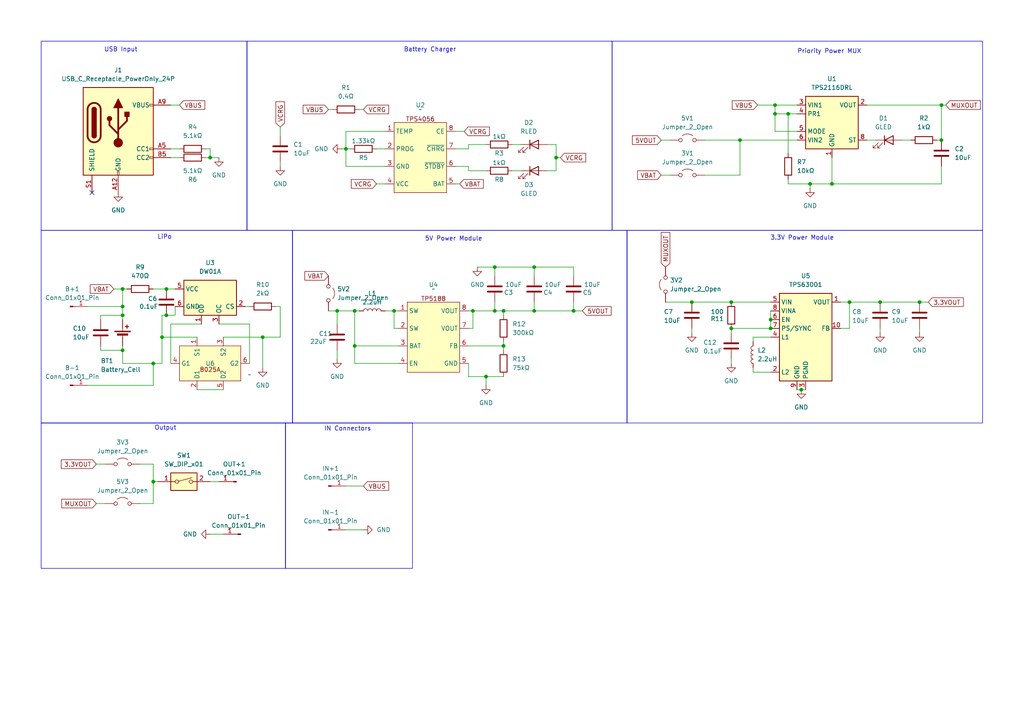
<source format=kicad_sch>
(kicad_sch (version 20250114) (generator "eeschema") (generator_version "9.0")
  (paper "A4")
  (lib_symbols
    (symbol "Battery_Management:DW01A"
      (property "Reference" "U" (at -6.604 6.35 0))
      (property "Value" "DW01A" (at 4.318 6.604 0))
      (symbol "DW01A_0_1"
        (pin power_in line (at -10.16 2.54 0) (length 2.54) (name "VCC") (number "5"))
        (pin power_in line (at -10.16 -2.54 0) (length 2.54) (name "GND") (number "6"))
        (pin output line (at -2.54 -7.62 90) (length 2.54) (name "OD") (number "1"))
        (pin output line (at 2.54 -7.62 90) (length 2.54) (name "OC") (number "3"))
        (pin input line (at 10.16 -2.54 180) (length 2.54) (name "CS") (number "2"))
      )
      (symbol "DW01A_1_1"
        (rectangle (start -7.62 5.08) (end 7.62 -5.08) (stroke (width 0.254)) (fill (type background)))
        (pin no_connect line (at 10.16 2.54 180) (length 2.54) (hide yes) (name "TD") (number "4"))
      )
    )
    (symbol "Connector:Conn_01x01_Pin" (pin_names (offset 1.016) (hide yes))
      (property "Reference" "J" (at 0 2.54 0))
      (property "Value" "Conn_01x01_Pin" (at 0 -2.54 0))
      (symbol "Conn_01x01_Pin_1_1"
        (rectangle (start 0.8636 0.127) (end 0 -0.127) (stroke (width 0.1524)) (fill (type outline)))
        (polyline (pts (xy 1.27 0) (xy 0.8636 0)) (stroke (width 0.1524)))
        (pin passive line (at 5.08 0 180) (length 3.81) (name "Pin_1") (number "1"))
      )
    )
    (symbol "Connector:USB_C_Receptacle_PowerOnly_24P" (pin_names (offset 1.016))
      (property "Reference" "J" (at 0 16.51 0))
      (property "Value" "USB_C_Receptacle_PowerOnly_24P" (at 0 13.97 0))
      (symbol "USB_C_Receptacle_PowerOnly_24P_0_0"
        (rectangle (start -0.254 -12.7) (end 0.254 -11.684))
        (rectangle (start 10.16 7.874) (end 9.144 7.366))
        (rectangle (start 10.16 -4.826) (end 9.144 -5.334))
        (rectangle (start 10.16 -7.366) (end 9.144 -7.874))
      )
      (symbol "USB_C_Receptacle_PowerOnly_24P_0_1"
        (rectangle (start -10.16 12.7) (end 10.16 -12.7) (stroke (width 0.254)) (fill (type background)))
        (polyline (pts (xy -8.89 -1.27) (xy -8.89 6.35)) (stroke (width 0.508)))
        (rectangle (start -7.62 -1.27) (end -6.35 6.35) (stroke (width 0.254)) (fill (type outline)))
        (arc (start -7.62 6.35) (mid -6.985 6.9823) (end -6.35 6.35) (stroke (width 0.254)))
        (arc (start -7.62 6.35) (mid -6.985 6.9823) (end -6.35 6.35) (stroke (width 0.254)) (fill (type outline)))
        (arc (start -8.89 6.35) (mid -6.985 8.2467) (end -5.08 6.35) (stroke (width 0.508)))
        (arc (start -5.08 -1.27) (mid -6.985 -3.1667) (end -8.89 -1.27) (stroke (width 0.508)))
        (arc (start -6.35 -1.27) (mid -6.985 -1.9023) (end -7.62 -1.27) (stroke (width 0.254)))
        (arc (start -6.35 -1.27) (mid -6.985 -1.9023) (end -7.62 -1.27) (stroke (width 0.254)) (fill (type outline)))
        (polyline (pts (xy -5.08 6.35) (xy -5.08 -1.27)) (stroke (width 0.508)))
        (circle (center -2.54 3.683) (radius 0.635) (stroke (width 0.254)) (fill (type outline)))
        (polyline (pts (xy -1.27 6.858) (xy 0 9.398) (xy 1.27 6.858) (xy -1.27 6.858)) (stroke (width 0.254)) (fill (type outline)))
        (polyline (pts (xy 0 0.508) (xy 2.54 3.048) (xy 2.54 4.318)) (stroke (width 0.508)))
        (polyline (pts (xy 0 -0.762) (xy -2.54 1.778) (xy -2.54 3.048)) (stroke (width 0.508)))
        (polyline (pts (xy 0 -3.302) (xy 0 6.858)) (stroke (width 0.508)))
        (circle (center 0 -3.302) (radius 1.27) (fill (type outline)))
        (rectangle (start 1.905 4.318) (end 3.175 5.588) (stroke (width 0.254)) (fill (type outline)))
      )
      (symbol "USB_C_Receptacle_PowerOnly_24P_1_1"
        (pin passive line (at -7.62 -17.78 90) (length 5.08) (name "SHIELD") (number "S1"))
        (pin passive line (at 0 -17.78 90) (length 5.08) (hide yes) (name "GND") (number "A1"))
        (pin power_in line (at 0 -17.78 90) (length 5.08) (name "GND") (number "A12"))
        (pin passive line (at 0 -17.78 90) (length 5.08) (hide yes) (name "GND") (number "B1"))
        (pin passive line (at 0 -17.78 90) (length 5.08) (hide yes) (name "GND") (number "B12"))
        (pin passive line (at 15.24 7.62 180) (length 5.08) (hide yes) (name "VBUS") (number "A4"))
        (pin power_in line (at 15.24 7.62 180) (length 5.08) (name "VBUS") (number "A9"))
        (pin passive line (at 15.24 7.62 180) (length 5.08) (hide yes) (name "VBUS") (number "B4"))
        (pin passive line (at 15.24 7.62 180) (length 5.08) (hide yes) (name "VBUS") (number "B9"))
        (pin bidirectional line (at 15.24 -5.08 180) (length 5.08) (name "CC1") (number "A5"))
        (pin bidirectional line (at 15.24 -7.62 180) (length 5.08) (name "CC2") (number "B5"))
      )
    )
    (symbol "Converters:8025A"
      (property "Reference" "U" (at 0 0 0))
      (symbol "8025A_1_1"
        (rectangle (start -8.89 5.08) (end 8.89 -5.08) (fill (type background)))
        (text "8025A" (at 0 1.778 0) (effects (font (size 1.27 1.27))))
        (pin input line (at -11.43 0 0) (length 2.54) (name "G1") (number "4"))
        (pin output line (at -3.81 7.62 270) (length 2.54) (name "D1") (number "2"))
        (pin input line (at -3.81 -7.62 90) (length 2.54) (name "S1") (number "1"))
        (pin output line (at 3.81 7.62 270) (length 2.54) (name "D2") (number "5"))
        (pin input line (at 3.81 -7.62 90) (length 2.54) (name "S2") (number "3"))
        (pin input line (at 11.43 0 180) (length 2.54) (name "G2") (number "6"))
      )
    )
    (symbol "Converters:TP4056"
      (property "Reference" "U" (at 0 0 0))
      (symbol "TP4056_1_1"
        (rectangle (start -7.62 10.16) (end 7.62 -10.16) (fill (type background)))
        (text "TPS4056" (at 0 11.176 0) (effects (font (size 1.27 1.27))))
        (pin input line (at -10.16 7.62 0) (length 2.54) (name "TEMP") (number "1"))
        (pin input line (at -10.16 2.54 0) (length 2.54) (name "PROG") (number "2"))
        (pin power_in line (at -10.16 -2.54 0) (length 2.54) (name "GND") (number "3"))
        (pin power_in line (at -10.16 -7.62 0) (length 2.54) (name "VCC") (number "4"))
        (pin input line (at 10.16 7.62 180) (length 2.54) (name "CE") (number "8"))
        (pin output line (at 10.16 2.54 180) (length 2.54) (name "~{CHRG}") (number "7"))
        (pin output line (at 10.16 -2.54 180) (length 2.54) (name "~{STDBY}") (number "6"))
        (pin power_in line (at 10.16 -7.62 180) (length 2.54) (name "BAT") (number "5"))
      )
    )
    (symbol "Converters:TP5188"
      (property "Reference" "U" (at 0 0 0))
      (symbol "TP5188_1_1"
        (rectangle (start -7.62 10.16) (end 7.62 -10.16) (fill (type background)))
        (text "TP5188" (at 0 11.176 0) (effects (font (size 1.27 1.27))))
        (pin power_in line (at -10.16 7.62 0) (length 2.54) (name "SW") (number "1"))
        (pin power_in line (at -10.16 2.54 0) (length 2.54) (name "SW") (number "2"))
        (pin power_in line (at -10.16 -2.54 0) (length 2.54) (name "BAT") (number "3"))
        (pin input line (at -10.16 -7.62 0) (length 2.54) (name "EN") (number "4"))
        (pin power_out line (at 10.16 7.62 180) (length 2.54) (name "VOUT") (number "8"))
        (pin power_out line (at 10.16 2.54 180) (length 2.54) (name "VOUT") (number "7"))
        (pin input line (at 10.16 -2.54 180) (length 2.54) (name "FB") (number "6"))
        (pin power_in line (at 10.16 -7.62 180) (length 2.54) (name "GND") (number "5"))
      )
    )
    (symbol "Device:Battery_Cell" (pin_numbers (hide yes)) (pin_names (offset 0) (hide yes))
      (property "Reference" "BT" (at 2.54 2.54 0))
      (property "Value" "Battery_Cell" (at 2.54 0 0))
      (symbol "Battery_Cell_0_1"
        (rectangle (start -2.286 1.778) (end 2.286 1.524) (fill (type outline)))
        (rectangle (start -1.524 1.016) (end 1.524 0.508) (fill (type outline)))
        (polyline (pts (xy 0 1.778) (xy 0 2.54)))
        (polyline (pts (xy 0 0.762) (xy 0 0)))
        (polyline (pts (xy 0.762 3.048) (xy 1.778 3.048)) (stroke (width 0.254)))
        (polyline (pts (xy 1.27 3.556) (xy 1.27 2.54)) (stroke (width 0.254)))
      )
      (symbol "Battery_Cell_1_1"
        (pin passive line (at 0 5.08 270) (length 2.54) (name "+") (number "1"))
        (pin passive line (at 0 -2.54 90) (length 2.54) (name "-") (number "2"))
      )
    )
    (symbol "Device:C" (pin_numbers (hide yes)) (pin_names (offset 0.254))
      (property "Reference" "C" (at 0.635 2.54 0))
      (property "Value" "C" (at 0.635 -2.54 0))
      (symbol "C_0_1"
        (polyline (pts (xy -2.032 0.762) (xy 2.032 0.762)) (stroke (width 0.508)))
        (polyline (pts (xy -2.032 -0.762) (xy 2.032 -0.762)) (stroke (width 0.508)))
      )
      (symbol "C_1_1"
        (pin passive line (at 0 3.81 270) (length 2.794) (name "~") (number "1"))
        (pin passive line (at 0 -3.81 90) (length 2.794) (name "~") (number "2"))
      )
    )
    (symbol "Device:L" (pin_numbers (hide yes)) (pin_names (offset 1.016) (hide yes))
      (property "Reference" "L" (at -1.27 0 90))
      (property "Value" "L" (at 1.905 0 90))
      (symbol "L_0_1"
        (arc (start 0 2.54) (mid 0.6323 1.905) (end 0 1.27))
        (arc (start 0 1.27) (mid 0.6323 0.635) (end 0 0))
        (arc (start 0 0) (mid 0.6323 -0.635) (end 0 -1.27))
        (arc (start 0 -1.27) (mid 0.6323 -1.905) (end 0 -2.54))
      )
      (symbol "L_1_1"
        (pin passive line (at 0 3.81 270) (length 1.27) (name "1") (number "1"))
        (pin passive line (at 0 -3.81 90) (length 1.27) (name "2") (number "2"))
      )
    )
    (symbol "Device:LED" (pin_numbers (hide yes)) (pin_names (offset 1.016) (hide yes))
      (property "Reference" "D" (at 0 2.54 0))
      (property "Value" "LED" (at 0 -2.54 0))
      (symbol "LED_0_1"
        (polyline (pts (xy -3.048 -0.762) (xy -4.572 -2.286) (xy -3.81 -2.286) (xy -4.572 -2.286) (xy -4.572 -1.524)))
        (polyline (pts (xy -1.778 -0.762) (xy -3.302 -2.286) (xy -2.54 -2.286) (xy -3.302 -2.286) (xy -3.302 -1.524)))
        (polyline (pts (xy -1.27 0) (xy 1.27 0)))
        (polyline (pts (xy -1.27 -1.27) (xy -1.27 1.27)) (stroke (width 0.254)))
        (polyline (pts (xy 1.27 -1.27) (xy 1.27 1.27) (xy -1.27 0) (xy 1.27 -1.27)) (stroke (width 0.254)))
      )
      (symbol "LED_1_1"
        (pin passive line (at -3.81 0 0) (length 2.54) (name "K") (number "1"))
        (pin passive line (at 3.81 0 180) (length 2.54) (name "A") (number "2"))
      )
    )
    (symbol "Device:R" (pin_numbers (hide yes)) (pin_names (offset 0))
      (property "Reference" "R" (at 2.032 0 90))
      (property "Value" "R" (at 0 0 90))
      (symbol "R_0_1"
        (rectangle (start -1.016 -2.54) (end 1.016 2.54) (stroke (width 0.254)))
      )
      (symbol "R_1_1"
        (pin passive line (at 0 3.81 270) (length 1.27) (name "~") (number "1"))
        (pin passive line (at 0 -3.81 90) (length 1.27) (name "~") (number "2"))
      )
    )
    (symbol "Jumper:Jumper_2_Open" (pin_numbers (hide yes)) (pin_names (offset 0) (hide yes)) (exclude_from_sim yes)
      (property "Reference" "JP" (at 0 2.794 0))
      (property "Value" "Jumper_2_Open" (at 0 -2.286 0))
      (symbol "Jumper_2_Open_0_0"
        (circle (center -2.032 0) (radius 0.508))
        (circle (center 2.032 0) (radius 0.508))
      )
      (symbol "Jumper_2_Open_0_1"
        (arc (start -1.524 1.27) (mid 0 1.778) (end 1.524 1.27))
      )
      (symbol "Jumper_2_Open_1_1"
        (pin passive line (at -5.08 0 0) (length 2.54) (name "A") (number "1"))
        (pin passive line (at 5.08 0 180) (length 2.54) (name "B") (number "2"))
      )
    )
    (symbol "Power_Management:TPS2116DRL"
      (property "Reference" "U" (at -7.874 9.144 0))
      (property "Value" "TPS2116DRL" (at 0.508 -8.89 0))
      (symbol "TPS2116DRL_0_1"
        (rectangle (start -7.62 7.62) (end 7.62 -7.62) (stroke (width 0.254)) (fill (type background)))
      )
      (symbol "TPS2116DRL_1_0"
        (pin power_out line (at 10.16 5.08 180) (length 2.54) (hide yes) (name "VOUT") (number "7"))
      )
      (symbol "TPS2116DRL_1_1"
        (pin power_in line (at -10.16 5.08 0) (length 2.54) (name "VIN1") (number "3"))
        (pin input line (at -10.16 2.54 0) (length 2.54) (name "PR1") (number "4"))
        (pin input line (at -10.16 -2.54 0) (length 2.54) (name "MODE") (number "5"))
        (pin power_in line (at -10.16 -5.08 0) (length 2.54) (name "VIN2") (number "6"))
        (pin power_in line (at 0 -10.16 90) (length 2.54) (name "GND") (number "1"))
        (pin power_out line (at 10.16 5.08 180) (length 2.54) (name "VOUT") (number "2"))
        (pin open_collector line (at 10.16 -5.08 180) (length 2.54) (name "ST") (number "8"))
      )
    )
    (symbol "Regulator_Switching:TPS63001"
      (property "Reference" "U" (at -7.62 13.97 0))
      (property "Value" "TPS63001" (at 5.08 13.97 0))
      (symbol "TPS63001_0_1"
        (rectangle (start -7.62 12.7) (end 7.62 -12.7) (stroke (width 0.254)) (fill (type background)))
      )
      (symbol "TPS63001_1_1"
        (pin power_in line (at -10.16 10.16 0) (length 2.54) (name "VIN") (number "5"))
        (pin power_in line (at -10.16 7.62 0) (length 2.54) (name "VINA") (number "8"))
        (pin input line (at -10.16 5.08 0) (length 2.54) (name "EN") (number "6"))
        (pin input line (at -10.16 2.54 0) (length 2.54) (name "PS/SYNC") (number "7"))
        (pin input line (at -10.16 0 0) (length 2.54) (name "L1") (number "4"))
        (pin input line (at -10.16 -10.16 0) (length 2.54) (name "L2") (number "2"))
        (pin power_in line (at -2.54 -15.24 90) (length 2.54) (name "GND") (number "9"))
        (pin passive line (at 0 -15.24 90) (length 2.54) (hide yes) (name "PGND") (number "11"))
        (pin power_in line (at 0 -15.24 90) (length 2.54) (name "PGND") (number "3"))
        (pin power_out line (at 10.16 10.16 180) (length 2.54) (name "VOUT") (number "1"))
        (pin input line (at 10.16 2.54 180) (length 2.54) (name "FB") (number "10"))
      )
    )
    (symbol "Switch:SW_DIP_x01" (pin_names (offset 0) (hide yes))
      (property "Reference" "SW" (at 0 3.81 0))
      (property "Value" "SW_DIP_x01" (at 0 -3.81 0))
      (symbol "SW_DIP_x01_0_0"
        (circle (center -2.032 0) (radius 0.508))
        (polyline (pts (xy -1.524 0.127) (xy 2.3622 1.1684)))
        (circle (center 2.032 0) (radius 0.508))
      )
      (symbol "SW_DIP_x01_0_1"
        (rectangle (start -3.81 2.54) (end 3.81 -2.54) (stroke (width 0.254)) (fill (type background)))
      )
      (symbol "SW_DIP_x01_1_1"
        (pin passive line (at -7.62 0 0) (length 5.08) (name "~") (number "1"))
        (pin passive line (at 7.62 0 180) (length 5.08) (name "~") (number "2"))
      )
    )
    (symbol "power:GND" (power) (pin_numbers (hide yes)) (pin_names (offset 0) (hide yes))
      (property "Value" "GND" (at 0 -3.81 0))
      (symbol "GND_0_1"
        (polyline (pts (xy 0 0) (xy 0 -1.27) (xy 1.27 -1.27) (xy 0 -2.54) (xy -1.27 -1.27) (xy 0 -1.27)))
      )
      (symbol "GND_1_1"
        (pin power_in line (at 0 0 270) (length 0) (name "~") (number "1"))
      )
    )
  )
  (rectangle (start 181.864 66.802) (end 284.988 122.682))
  (rectangle (start 11.938 122.682) (end 82.804 164.846))
  (rectangle (start 11.938 11.938) (end 71.628 66.802))
  (rectangle (start 177.546 11.938) (end 284.988 66.802))
  (rectangle (start 84.836 66.802) (end 181.864 122.682))
  (rectangle (start 71.628 11.938) (end 177.546 66.802))
  (rectangle (start 82.804 122.682) (end 119.634 164.846))
  (rectangle (start 11.938 66.802) (end 84.836 122.682))
  (text "3.3V Power Module" (at 232.664 69.088 0) (effects (font (size 1.27 1.27))))
  (text "USB Input" (at 35.052 14.478 0) (effects (font (size 1.27 1.27))))
  (text "IN Connectors" (at 100.838 124.46 0) (effects (font (size 1.27 1.27))))
  (text "Priority Power MUX" (at 240.538 14.986 0) (effects (font (size 1.27 1.27))))
  (text "Output" (at 48.006 124.206 0) (effects (font (size 1.27 1.27))))
  (text "Battery Charger" (at 124.714 14.478 0) (effects (font (size 1.27 1.27))))
  (text "5V Power Module" (at 131.572 69.342 0) (effects (font (size 1.27 1.27))))
  (text "LiPo" (at 47.752 68.834 0) (effects (font (size 1.27 1.27))))
  (junction (at 143.51 77.47))
  (junction (at 35.56 83.82))
  (junction (at 48.26 83.82))
  (junction (at 146.05 100.33))
  (junction (at 223.52 95.25))
  (junction (at 234.95 53.34))
  (junction (at 166.37 90.17))
  (junction (at 60.96 45.72))
  (junction (at 246.38 87.63))
  (junction (at 44.45 139.7))
  (junction (at 232.41 113.03))
  (junction (at 255.27 87.63))
  (junction (at 154.94 77.47))
  (junction (at 212.09 95.25))
  (junction (at 35.56 88.9))
  (junction (at 228.6 33.02))
  (junction (at 100.33 43.18))
  (junction (at 44.45 105.41))
  (junction (at 146.05 90.17))
  (junction (at 200.66 87.63))
  (junction (at 214.63 40.64))
  (junction (at 273.05 30.48))
  (junction (at 161.29 45.72))
  (junction (at 76.2 97.79))
  (junction (at 224.79 30.48))
  (junction (at 102.87 100.33))
  (junction (at 266.7 87.63))
  (junction (at 102.87 90.17))
  (junction (at 143.51 90.17))
  (junction (at 241.3 53.34))
  (junction (at 273.05 40.64))
  (junction (at 35.56 101.6))
  (junction (at 46.99 97.79))
  (junction (at 223.52 92.71))
  (junction (at 35.56 91.44))
  (junction (at 140.97 109.22))
  (junction (at 212.09 87.63))
  (junction (at 154.94 90.17))
  (junction (at 114.3 90.17))
  (junction (at 48.26 91.44))
  (junction (at 137.16 90.17))
  (junction (at 97.79 90.17))
  (junction (at 224.79 33.02))
  (no_connect (at 26.67 55.88))
  (wire (pts (xy 135.89 109.22) (xy 135.89 105.41)))
  (wire (pts (xy 44.45 83.82) (xy 48.26 83.82)))
  (wire (pts (xy 234.95 54.61) (xy 234.95 53.34)))
  (wire (pts (xy 212.09 95.25) (xy 212.09 96.52)))
  (wire (pts (xy 166.37 90.17) (xy 166.37 87.63)))
  (wire (pts (xy 29.21 100.33) (xy 29.21 101.6)))
  (wire (pts (xy 33.02 83.82) (xy 35.56 83.82)))
  (wire (pts (xy 102.87 105.41) (xy 102.87 100.33)))
  (wire (pts (xy 214.63 40.64) (xy 231.14 40.64)))
  (wire (pts (xy 228.6 53.34) (xy 234.95 53.34)))
  (wire (pts (xy 228.6 52.07) (xy 228.6 53.34)))
  (wire (pts (xy 63.5 93.98) (xy 72.39 93.98)))
  (wire (pts (xy 48.26 91.44) (xy 50.8 91.44)))
  (wire (pts (xy 266.7 95.25) (xy 266.7 96.52)))
  (wire (pts (xy 49.53 105.41) (xy 49.53 93.98)))
  (wire (pts (xy 49.53 30.48) (xy 52.07 30.48)))
  (wire (pts (xy 100.33 48.26) (xy 111.76 48.26)))
  (wire (pts (xy 46.99 91.44) (xy 46.99 97.79)))
  (wire (pts (xy 35.56 88.9) (xy 35.56 91.44)))
  (wire (pts (xy 214.63 40.64) (xy 214.63 50.8)))
  (wire (pts (xy 95.25 31.75) (xy 96.52 31.75)))
  (wire (pts (xy 224.79 33.02) (xy 224.79 30.48)))
  (wire (pts (xy 191.77 40.64) (xy 194.31 40.64)))
  (wire (pts (xy 224.79 33.02) (xy 228.6 33.02)))
  (wire (pts (xy 57.15 113.03) (xy 64.77 113.03)))
  (wire (pts (xy 261.62 40.64) (xy 264.16 40.64)))
  (wire (pts (xy 161.29 41.91) (xy 161.29 45.72)))
  (wire (pts (xy 49.53 45.72) (xy 52.07 45.72)))
  (wire (pts (xy 100.33 48.26) (xy 100.33 43.18)))
  (wire (pts (xy 50.8 91.44) (xy 50.8 88.9)))
  (wire (pts (xy 48.26 83.82) (xy 50.8 83.82)))
  (wire (pts (xy 100.33 43.18) (xy 101.6 43.18)))
  (wire (pts (xy 27.94 134.62) (xy 30.48 134.62)))
  (wire (pts (xy 81.28 46.99) (xy 81.28 48.26)))
  (wire (pts (xy 97.79 90.17) (xy 102.87 90.17)))
  (wire (pts (xy 138.43 77.47) (xy 143.51 77.47)))
  (wire (pts (xy 154.94 77.47) (xy 166.37 77.47)))
  (wire (pts (xy 218.44 107.95) (xy 218.44 106.68)))
  (wire (pts (xy 44.45 139.7) (xy 45.72 139.7)))
  (wire (pts (xy 44.45 134.62) (xy 44.45 139.7)))
  (wire (pts (xy 135.89 100.33) (xy 146.05 100.33)))
  (wire (pts (xy 137.16 90.17) (xy 137.16 95.25)))
  (wire (pts (xy 218.44 97.79) (xy 223.52 97.79)))
  (wire (pts (xy 49.53 43.18) (xy 52.07 43.18)))
  (wire (pts (xy 35.56 105.41) (xy 44.45 105.41)))
  (wire (pts (xy 224.79 30.48) (xy 231.14 30.48)))
  (wire (pts (xy 231.14 38.1) (xy 224.79 38.1)))
  (wire (pts (xy 146.05 90.17) (xy 154.94 90.17)))
  (wire (pts (xy 60.96 139.7) (xy 63.5 139.7)))
  (wire (pts (xy 143.51 77.47) (xy 154.94 77.47)))
  (wire (pts (xy 76.2 97.79) (xy 81.28 97.79)))
  (wire (pts (xy 100.33 38.1) (xy 111.76 38.1)))
  (wire (pts (xy 114.3 90.17) (xy 115.57 90.17)))
  (wire (pts (xy 44.45 111.76) (xy 44.45 105.41)))
  (wire (pts (xy 72.39 93.98) (xy 72.39 105.41)))
  (wire (pts (xy 60.96 154.94) (xy 64.77 154.94)))
  (wire (pts (xy 219.71 30.48) (xy 224.79 30.48)))
  (wire (pts (xy 44.45 139.7) (xy 44.45 146.05)))
  (wire (pts (xy 29.21 91.44) (xy 35.56 91.44)))
  (wire (pts (xy 76.2 97.79) (xy 76.2 106.68)))
  (wire (pts (xy 60.96 43.18) (xy 60.96 45.72)))
  (wire (pts (xy 44.45 105.41) (xy 46.99 105.41)))
  (wire (pts (xy 214.63 40.64) (xy 204.47 40.64)))
  (wire (pts (xy 223.52 107.95) (xy 218.44 107.95)))
  (wire (pts (xy 60.96 45.72) (xy 63.5 45.72)))
  (wire (pts (xy 99.06 43.18) (xy 100.33 43.18)))
  (wire (pts (xy 81.28 88.9) (xy 80.01 88.9)))
  (wire (pts (xy 97.79 101.6) (xy 97.79 104.14)))
  (wire (pts (xy 154.94 90.17) (xy 154.94 87.63)))
  (wire (pts (xy 115.57 105.41) (xy 102.87 105.41)))
  (wire (pts (xy 100.33 153.67) (xy 105.41 153.67)))
  (wire (pts (xy 274.32 30.48) (xy 273.05 30.48)))
  (wire (pts (xy 234.95 53.34) (xy 241.3 53.34)))
  (wire (pts (xy 193.04 87.63) (xy 200.66 87.63)))
  (wire (pts (xy 191.77 50.8) (xy 194.31 50.8)))
  (wire (pts (xy 132.08 53.34) (xy 133.35 53.34)))
  (wire (pts (xy 158.75 41.91) (xy 161.29 41.91)))
  (wire (pts (xy 137.16 90.17) (xy 143.51 90.17)))
  (wire (pts (xy 46.99 97.79) (xy 57.15 97.79)))
  (wire (pts (xy 49.53 93.98) (xy 58.42 93.98)))
  (wire (pts (xy 161.29 49.53) (xy 158.75 49.53)))
  (wire (pts (xy 35.56 83.82) (xy 35.56 88.9)))
  (wire (pts (xy 251.46 40.64) (xy 254 40.64)))
  (wire (pts (xy 231.14 113.03) (xy 232.41 113.03)))
  (wire (pts (xy 140.97 109.22) (xy 140.97 111.76)))
  (wire (pts (xy 46.99 97.79) (xy 46.99 105.41)))
  (wire (pts (xy 255.27 95.25) (xy 255.27 96.52)))
  (wire (pts (xy 273.05 53.34) (xy 273.05 48.26)))
  (wire (pts (xy 146.05 99.06) (xy 146.05 100.33)))
  (wire (pts (xy 148.59 49.53) (xy 151.13 49.53)))
  (wire (pts (xy 114.3 95.25) (xy 115.57 95.25)))
  (wire (pts (xy 114.3 90.17) (xy 114.3 95.25)))
  (wire (pts (xy 140.97 49.53) (xy 135.89 49.53)))
  (wire (pts (xy 46.99 91.44) (xy 48.26 91.44)))
  (wire (pts (xy 204.47 50.8) (xy 214.63 50.8)))
  (wire (pts (xy 223.52 90.17) (xy 223.52 92.71)))
  (wire (pts (xy 102.87 100.33) (xy 115.57 100.33)))
  (wire (pts (xy 212.09 105.41) (xy 212.09 104.14)))
  (wire (pts (xy 146.05 109.22) (xy 140.97 109.22)))
  (wire (pts (xy 200.66 87.63) (xy 212.09 87.63)))
  (wire (pts (xy 135.89 48.26) (xy 132.08 48.26)))
  (wire (pts (xy 223.52 92.71) (xy 223.52 95.25)))
  (wire (pts (xy 143.51 80.01) (xy 143.51 77.47)))
  (wire (pts (xy 212.09 87.63) (xy 223.52 87.63)))
  (wire (pts (xy 166.37 90.17) (xy 168.91 90.17)))
  (wire (pts (xy 59.69 43.18) (xy 60.96 43.18)))
  (wire (pts (xy 27.94 146.05) (xy 30.48 146.05)))
  (wire (pts (xy 29.21 101.6) (xy 35.56 101.6)))
  (wire (pts (xy 162.56 45.72) (xy 161.29 45.72)))
  (wire (pts (xy 146.05 90.17) (xy 146.05 91.44)))
  (wire (pts (xy 243.84 95.25) (xy 246.38 95.25)))
  (wire (pts (xy 35.56 91.44) (xy 35.56 92.71)))
  (wire (pts (xy 100.33 38.1) (xy 100.33 43.18)))
  (wire (pts (xy 64.77 97.79) (xy 76.2 97.79)))
  (wire (pts (xy 218.44 99.06) (xy 218.44 97.79)))
  (wire (pts (xy 102.87 100.33) (xy 102.87 90.17)))
  (wire (pts (xy 137.16 90.17) (xy 135.89 90.17)))
  (wire (pts (xy 251.46 30.48) (xy 273.05 30.48)))
  (wire (pts (xy 137.16 95.25) (xy 135.89 95.25)))
  (wire (pts (xy 135.89 41.91) (xy 140.97 41.91)))
  (wire (pts (xy 161.29 45.72) (xy 161.29 49.53)))
  (wire (pts (xy 132.08 43.18) (xy 135.89 43.18)))
  (wire (pts (xy 266.7 87.63) (xy 255.27 87.63)))
  (wire (pts (xy 228.6 33.02) (xy 231.14 33.02)))
  (wire (pts (xy 29.21 92.71) (xy 29.21 91.44)))
  (wire (pts (xy 212.09 95.25) (xy 223.52 95.25)))
  (wire (pts (xy 273.05 40.64) (xy 273.05 30.48)))
  (wire (pts (xy 44.45 146.05) (xy 40.64 146.05)))
  (wire (pts (xy 35.56 83.82) (xy 36.83 83.82)))
  (wire (pts (xy 25.4 111.76) (xy 44.45 111.76)))
  (wire (pts (xy 269.24 87.63) (xy 266.7 87.63)))
  (wire (pts (xy 95.25 90.17) (xy 97.79 90.17)))
  (wire (pts (xy 246.38 95.25) (xy 246.38 87.63)))
  (wire (pts (xy 224.79 38.1) (xy 224.79 33.02)))
  (wire (pts (xy 200.66 96.52) (xy 200.66 95.25)))
  (wire (pts (xy 146.05 100.33) (xy 146.05 101.6)))
  (wire (pts (xy 140.97 109.22) (xy 135.89 109.22)))
  (wire (pts (xy 109.22 43.18) (xy 111.76 43.18)))
  (wire (pts (xy 104.14 31.75) (xy 105.41 31.75)))
  (wire (pts (xy 40.64 134.62) (xy 44.45 134.62)))
  (wire (pts (xy 135.89 43.18) (xy 135.89 41.91)))
  (wire (pts (xy 271.78 40.64) (xy 273.05 40.64)))
  (wire (pts (xy 60.96 45.72) (xy 59.69 45.72)))
  (wire (pts (xy 154.94 90.17) (xy 166.37 90.17)))
  (wire (pts (xy 102.87 90.17) (xy 104.14 90.17)))
  (wire (pts (xy 35.56 100.33) (xy 35.56 101.6)))
  (wire (pts (xy 81.28 36.83) (xy 81.28 39.37)))
  (wire (pts (xy 246.38 87.63) (xy 243.84 87.63)))
  (wire (pts (xy 25.4 88.9) (xy 35.56 88.9)))
  (wire (pts (xy 143.51 90.17) (xy 146.05 90.17)))
  (wire (pts (xy 111.76 90.17) (xy 114.3 90.17)))
  (wire (pts (xy 154.94 80.01) (xy 154.94 77.47)))
  (wire (pts (xy 100.33 140.97) (xy 105.41 140.97)))
  (wire (pts (xy 97.79 93.98) (xy 97.79 90.17)))
  (wire (pts (xy 255.27 87.63) (xy 246.38 87.63)))
  (wire (pts (xy 135.89 49.53) (xy 135.89 48.26)))
  (wire (pts (xy 241.3 53.34) (xy 273.05 53.34)))
  (wire (pts (xy 241.3 53.34) (xy 241.3 45.72)))
  (wire (pts (xy 35.56 101.6) (xy 35.56 105.41)))
  (wire (pts (xy 228.6 33.02) (xy 228.6 44.45)))
  (wire (pts (xy 132.08 38.1) (xy 134.62 38.1)))
  (wire (pts (xy 148.59 41.91) (xy 151.13 41.91)))
  (wire (pts (xy 109.22 53.34) (xy 111.76 53.34)))
  (wire (pts (xy 81.28 97.79) (xy 81.28 88.9)))
  (wire (pts (xy 166.37 80.01) (xy 166.37 77.47)))
  (wire (pts (xy 143.51 90.17) (xy 143.51 87.63)))
  (wire (pts (xy 72.39 88.9) (xy 71.12 88.9)))
  (wire (pts (xy 232.41 113.03) (xy 233.68 113.03)))
  (global_label "VCRG" (shape input) (at 134.62 38.1 0) (property "Intersheetrefs" "${INTERSHEET_REFS}" (effects (hide yes))))
  (global_label "VCRG" (shape input) (at 81.28 36.83 90) (property "Intersheetrefs" "${INTERSHEET_REFS}" (effects (hide yes))))
  (global_label "VCRG" (shape input) (at 162.56 45.72 0) (property "Intersheetrefs" "${INTERSHEET_REFS}" (effects (hide yes))))
  (global_label "VBUS" (shape input) (at 95.25 31.75 180) (property "Intersheetrefs" "${INTERSHEET_REFS}" (effects (hide yes))))
  (global_label "VBUS" (shape input) (at 52.07 30.48 0) (property "Intersheetrefs" "${INTERSHEET_REFS}" (effects (hide yes))))
  (global_label "VBAT" (shape input) (at 33.02 83.82 180) (property "Intersheetrefs" "${INTERSHEET_REFS}" (effects (hide yes))))
  (global_label "MUXOUT" (shape input) (at 274.32 30.48 0) (property "Intersheetrefs" "${INTERSHEET_REFS}" (effects (hide yes))))
  (global_label "VBAT" (shape input) (at 133.35 53.34 0) (property "Intersheetrefs" "${INTERSHEET_REFS}" (effects (hide yes))))
  (global_label "5VOUT" (shape input) (at 191.77 40.64 180) (property "Intersheetrefs" "${INTERSHEET_REFS}" (effects (hide yes))))
  (global_label "MUXOUT" (shape input) (at 193.04 77.47 90) (property "Intersheetrefs" "${INTERSHEET_REFS}" (effects (hide yes))))
  (global_label "3.3VOUT" (shape input) (at 269.24 87.63 0) (property "Intersheetrefs" "${INTERSHEET_REFS}" (effects (hide yes))))
  (global_label "VBAT" (shape input) (at 95.25 80.01 180) (property "Intersheetrefs" "${INTERSHEET_REFS}" (effects (hide yes))))
  (global_label "3.3VOUT" (shape input) (at 27.94 134.62 180) (property "Intersheetrefs" "${INTERSHEET_REFS}" (effects (hide yes))))
  (global_label "VBAT" (shape input) (at 191.77 50.8 180) (property "Intersheetrefs" "${INTERSHEET_REFS}" (effects (hide yes))))
  (global_label "VBUS" (shape input) (at 105.41 140.97 0) (property "Intersheetrefs" "${INTERSHEET_REFS}" (effects (hide yes))))
  (global_label "VBUS" (shape input) (at 219.71 30.48 180) (property "Intersheetrefs" "${INTERSHEET_REFS}" (effects (hide yes))))
  (global_label "MUXOUT" (shape input) (at 27.94 146.05 180) (property "Intersheetrefs" "${INTERSHEET_REFS}" (effects (hide yes))))
  (global_label "VCRG" (shape input) (at 109.22 53.34 180) (property "Intersheetrefs" "${INTERSHEET_REFS}" (effects (hide yes))))
  (global_label "5VOUT" (shape input) (at 168.91 90.17 0) (property "Intersheetrefs" "${INTERSHEET_REFS}" (effects (hide yes))))
  (global_label "VCRG" (shape input) (at 105.41 31.75 0) (property "Intersheetrefs" "${INTERSHEET_REFS}" (effects (hide yes))))
  (symbol (lib_id "Device:R") (at 55.88 45.72 90) (mirror x) (unit 1)
    (property "Reference" "R6" (at 55.88 52.07 90))
    (property "Value" "5.1kΩ" (at 55.88 49.53 90))
    (property "Footprint" "Resistor_SMD:R_0805_2012Metric_Pad1.20x1.40mm_HandSolder" (effects (hide yes)))
    (property "Description" "Resistor" (effects (hide yes)))
  )
  (symbol (lib_id "power:GND") (at 81.28 48.26 0) (unit 1)
    (property "Reference" "#PWR03" (effects (hide yes)))
    (property "Value" "GND" (at 81.28 53.34 0))
    (property "Description" "Power symbol creates a global label with name \"GND\" , ground" (effects (hide yes)))
  )
  (symbol (lib_id "Battery_Management:DW01A") (at 60.96 86.36 0) (unit 1)
    (property "Reference" "U3" (at 60.96 76.2 0))
    (property "Value" "DW01A" (at 60.96 78.74 0))
    (property "Footprint" "Package_TO_SOT_SMD:SOT-23-6" (effects (hide yes)))
    (property "Datasheet" "https://hmsemi.com/downfile/DW01A.PDF" (effects (hide yes)))
    (property "Description" "Overcharge, overcurrent and overdischarge protection IC for single cell lithium-ion/polymer battery" (effects (hide yes)))
  )
  (symbol (lib_id "Device:C") (at 166.37 83.82 180) (unit 1)
    (property "Reference" "C5" (at 171.704 84.836 0) (effects (justify left)))
    (property "Value" "10uF" (at 174.244 82.55 0) (effects (justify left)))
    (property "Footprint" "Capacitor_SMD:C_0805_2012Metric_Pad1.18x1.45mm_HandSolder" (effects (hide yes)))
    (property "Description" "Unpolarized capacitor" (effects (hide yes)))
  )
  (symbol (lib_id "Device:C") (at 273.05 44.45 0) (unit 1)
    (property "Reference" "C2" (at 276.86 43.1799 0) (effects (justify left)))
    (property "Value" "10uF" (at 276.86 45.7199 0) (effects (justify left)))
    (property "Footprint" "Capacitor_SMD:C_0805_2012Metric_Pad1.18x1.45mm_HandSolder" (effects (hide yes)))
    (property "Description" "Unpolarized capacitor" (effects (hide yes)))
  )
  (symbol (lib_id "power:GND") (at 60.96 154.94 270) (unit 1)
    (property "Reference" "#PWR016" (effects (hide yes)))
    (property "Value" "GND" (at 57.15 154.9399 90) (effects (justify right)))
    (property "Description" "Power symbol creates a global label with name \"GND\" , ground" (effects (hide yes)))
  )
  (symbol (lib_id "Jumper:Jumper_2_Open") (at 95.25 85.09 270) (unit 1) (exclude_from_sim yes)
    (property "Reference" "5V2" (at 97.79 83.8199 90) (effects (justify left)))
    (property "Value" "Jumper_2_Open" (at 97.79 86.3599 90) (effects (justify left)))
    (property "Footprint" "Jumper:SolderJumper-2_P1.3mm_Open_Pad1.0x1.5mm" (effects (hide yes)))
    (property "Description" "Jumper, 2-pole, open" (effects (hide yes)))
  )
  (symbol (lib_id "power:GND") (at 234.95 54.61 0) (unit 1)
    (property "Reference" "#PWR04" (effects (hide yes)))
    (property "Value" "GND" (at 234.95 59.69 0))
    (property "Description" "Power symbol creates a global label with name \"GND\" , ground" (effects (hide yes)))
  )
  (symbol (lib_id "power:GND") (at 76.2 106.68 0) (unit 1)
    (property "Reference" "#PWR012" (effects (hide yes)))
    (property "Value" "GND" (at 76.2 111.76 0))
    (property "Description" "Power symbol creates a global label with name \"GND\" , ground" (effects (hide yes)))
  )
  (symbol (lib_id "Device:R") (at 105.41 43.18 270) (unit 1)
    (property "Reference" "R5" (at 105.41 45.72 90))
    (property "Value" "1.33kΩ" (at 105.41 40.894 90))
    (property "Footprint" "Resistor_SMD:R_0805_2012Metric_Pad1.20x1.40mm_HandSolder" (effects (hide yes)))
    (property "Description" "Resistor" (effects (hide yes)))
  )
  (symbol (lib_id "Device:R") (at 144.78 49.53 270) (unit 1)
    (property "Reference" "R8" (at 144.78 52.07 90))
    (property "Value" "1kΩ" (at 144.78 47.244 90))
    (property "Footprint" "Resistor_SMD:R_0805_2012Metric_Pad1.20x1.40mm_HandSolder" (effects (hide yes)))
    (property "Description" "Resistor" (effects (hide yes)))
  )
  (symbol (lib_id "power:GND") (at 97.79 104.14 0) (unit 1)
    (property "Reference" "#PWR010" (effects (hide yes)))
    (property "Value" "GND" (at 97.79 109.22 0))
    (property "Description" "Power symbol creates a global label with name \"GND\" , ground" (effects (hide yes)))
  )
  (symbol (lib_id "Device:R") (at 55.88 43.18 90) (unit 1)
    (property "Reference" "R4" (at 55.88 36.83 90))
    (property "Value" "5.1kΩ" (at 55.88 39.37 90))
    (property "Footprint" "Resistor_SMD:R_0805_2012Metric_Pad1.20x1.40mm_HandSolder" (effects (hide yes)))
    (property "Description" "Resistor" (effects (hide yes)))
  )
  (symbol (lib_id "power:GND") (at 105.41 153.67 90) (unit 1)
    (property "Reference" "#PWR015" (effects (hide yes)))
    (property "Value" "GND" (at 109.22 153.6699 90) (effects (justify right)))
    (property "Description" "Power symbol creates a global label with name \"GND\" , ground" (effects (hide yes)))
  )
  (symbol (lib_id "Device:R") (at 76.2 88.9 90) (unit 1)
    (property "Reference" "R10" (at 76.2 82.55 90))
    (property "Value" "2kΩ" (at 76.2 85.09 90))
    (property "Footprint" "Resistor_SMD:R_0805_2012Metric_Pad1.20x1.40mm_HandSolder" (effects (hide yes)))
    (property "Description" "Resistor" (effects (hide yes)))
  )
  (symbol (lib_id "Device:Battery_Cell") (at 35.56 97.79 0) (unit 1)
    (property "Reference" "BT1" (at 29.21 104.648 0) (effects (justify left)))
    (property "Value" "Battery_Cell" (at 29.21 107.188 0) (effects (justify left)))
    (property "Description" "Single-cell battery" (effects (hide yes)))
  )
  (symbol (lib_id "Connector:Conn_01x01_Pin") (at 95.25 140.97 0) (unit 1)
    (property "Reference" "IN+1" (at 95.885 135.89 0))
    (property "Value" "Conn_01x01_Pin" (at 95.885 138.43 0))
    (property "Footprint" "Connector_PinHeader_2.54mm:PinHeader_1x01_P2.54mm_Vertical" (effects (hide yes)))
    (property "Description" "Generic connector, single row, 01x01, script generated" (effects (hide yes)))
  )
  (symbol (lib_id "power:GND") (at 212.09 105.41 0) (unit 1)
    (property "Reference" "#PWR011" (effects (hide yes)))
    (property "Value" "GND" (at 212.09 110.49 0))
    (property "Description" "Power symbol creates a global label with name \"GND\" , ground" (effects (hide yes)))
  )
  (symbol (lib_id "Converters:8025A") (at 60.96 105.41 0) (mirror x) (unit 1)
    (property "Reference" "U6" (at 60.96 105.41 0))
    (property "Value" "~" (at 72.39 108.6551 0))
    (property "Footprint" "Package_TO_SOT_SMD:SOT-23-6" (effects (hide yes)))
  )
  (symbol (lib_id "Connector:USB_C_Receptacle_PowerOnly_24P") (at 34.29 38.1 0) (unit 1)
    (property "Reference" "J1" (at 34.29 20.32 0))
    (property "Value" "USB_C_Receptacle_PowerOnly_24P" (at 34.29 22.86 0))
    (property "Footprint" "Connector_USB:USB_C_Receptacle_GCT_USB4135-GF-A_6P_TopMnt_Horizontal" (effects (hide yes)))
    (property "Datasheet" "https://www.usb.org/sites/default/files/documents/usb_type-c.zip" (effects (hide yes)))
    (property "Description" "USB Power-Only 24P Type-C Receptacle connector" (effects (hide yes)))
  )
  (symbol (lib_id "power:GND") (at 266.7 96.52 0) (unit 1)
    (property "Reference" "#PWR09" (effects (hide yes)))
    (property "Value" "GND" (at 266.7 101.6 0))
    (property "Description" "Power symbol creates a global label with name \"GND\" , ground" (effects (hide yes)))
  )
  (symbol (lib_id "Jumper:Jumper_2_Open") (at 35.56 146.05 0) (unit 1) (exclude_from_sim yes)
    (property "Reference" "5V3" (at 35.56 139.7 0))
    (property "Value" "Jumper_2_Open" (at 35.56 142.24 0))
    (property "Footprint" "Jumper:SolderJumper-2_P1.3mm_Open_Pad1.0x1.5mm" (effects (hide yes)))
    (property "Description" "Jumper, 2-pole, open" (effects (hide yes)))
  )
  (symbol (lib_id "Device:C") (at 255.27 91.44 0) (unit 1)
    (property "Reference" "C8" (at 247.142 90.424 0) (effects (justify left)))
    (property "Value" "10uF" (at 247.142 92.964 0) (effects (justify left)))
    (property "Footprint" "Capacitor_SMD:C_0805_2012Metric_Pad1.18x1.45mm_HandSolder" (effects (hide yes)))
    (property "Description" "Unpolarized capacitor" (effects (hide yes)))
  )
  (symbol (lib_id "Device:R") (at 40.64 83.82 90) (unit 1)
    (property "Reference" "R9" (at 40.64 77.47 90))
    (property "Value" "470Ω" (at 40.64 80.01 90))
    (property "Footprint" "Resistor_SMD:R_0805_2012Metric_Pad1.20x1.40mm_HandSolder" (effects (hide yes)))
    (property "Description" "Resistor" (effects (hide yes)))
  )
  (symbol (lib_id "Jumper:Jumper_2_Open") (at 193.04 82.55 90) (unit 1) (exclude_from_sim yes)
    (property "Reference" "3V2" (at 194.31 81.2799 90) (effects (justify right)))
    (property "Value" "Jumper_2_Open" (at 194.31 83.8199 90) (effects (justify right)))
    (property "Footprint" "Jumper:SolderJumper-2_P1.3mm_Open_Pad1.0x1.5mm" (effects (hide yes)))
    (property "Description" "Jumper, 2-pole, open" (effects (hide yes)))
  )
  (symbol (lib_id "Device:C") (at 154.94 83.82 180) (unit 1)
    (property "Reference" "C4" (at 160.274 84.836 0) (effects (justify left)))
    (property "Value" "10uF" (at 162.814 82.55 0) (effects (justify left)))
    (property "Footprint" "Capacitor_SMD:C_0805_2012Metric_Pad1.18x1.45mm_HandSolder" (effects (hide yes)))
    (property "Description" "Unpolarized capacitor" (effects (hide yes)))
  )
  (symbol (lib_id "Device:C") (at 266.7 91.44 0) (unit 1)
    (property "Reference" "C9" (at 258.572 90.424 0) (effects (justify left)))
    (property "Value" "10uF" (at 258.572 92.964 0) (effects (justify left)))
    (property "Footprint" "Capacitor_SMD:C_0805_2012Metric_Pad1.18x1.45mm_HandSolder" (effects (hide yes)))
    (property "Description" "Unpolarized capacitor" (effects (hide yes)))
  )
  (symbol (lib_id "Device:LED") (at 257.81 40.64 0) (unit 1)
    (property "Reference" "D1" (at 256.2225 34.29 0))
    (property "Value" "GLED" (at 256.2225 36.83 0))
    (property "Footprint" "LED_SMD:LED_0603_1608Metric_Pad1.05x0.95mm_HandSolder" (effects (hide yes)))
    (property "Description" "Light emitting diode" (effects (hide yes)))
    (property "Sim.Pins" "1=K 2=A" (effects (hide yes)))
  )
  (symbol (lib_id "Device:R") (at 228.6 48.26 180) (unit 1)
    (property "Reference" "R7" (at 231.14 46.9899 0) (effects (justify right)))
    (property "Value" "10kΩ" (at 231.14 49.5299 0) (effects (justify right)))
    (property "Footprint" "Resistor_SMD:R_0805_2012Metric_Pad1.20x1.40mm_HandSolder" (effects (hide yes)))
    (property "Description" "Resistor" (effects (hide yes)))
  )
  (symbol (lib_id "Converters:TP4056") (at 121.92 45.72 0) (unit 1)
    (property "Reference" "U2" (at 121.92 30.48 0))
    (property "Value" "~" (at 121.92 31.75 0))
    (property "Footprint" "Package_SO:SOP-8_3.9x4.9mm_P1.27mm" (effects (hide yes)))
  )
  (symbol (lib_id "Switch:SW_DIP_x01") (at 53.34 139.7 0) (unit 1)
    (property "Reference" "SW1" (at 53.34 132.08 0))
    (property "Value" "SW_DIP_x01" (at 53.34 134.62 0))
    (property "Footprint" "Connector_PinHeader_2.54mm:PinHeader_1x02_P2.54mm_Vertical" (effects (hide yes)))
    (property "Description" "1x DIP Switch, Single Pole Single Throw (SPST) switch, small symbol" (effects (hide yes)))
  )
  (symbol (lib_id "Device:LED") (at 154.94 49.53 0) (unit 1)
    (property "Reference" "D3" (at 153.416 53.594 0))
    (property "Value" "GLED" (at 153.416 56.134 0))
    (property "Footprint" "LED_SMD:LED_0603_1608Metric_Pad1.05x0.95mm_HandSolder" (effects (hide yes)))
    (property "Description" "Light emitting diode" (effects (hide yes)))
    (property "Sim.Pins" "1=K 2=A" (effects (hide yes)))
  )
  (symbol (lib_id "power:GND") (at 99.06 43.18 270) (unit 1)
    (property "Reference" "#PWR01" (effects (hide yes)))
    (property "Value" "GND" (at 95.25 43.1799 90) (effects (justify right)))
    (property "Description" "Power symbol creates a global label with name \"GND\" , ground" (effects (hide yes)))
  )
  (symbol (lib_id "Device:LED") (at 154.94 41.91 0) (unit 1)
    (property "Reference" "D2" (at 153.3525 35.56 0))
    (property "Value" "RLED" (at 153.3525 38.1 0))
    (property "Footprint" "LED_SMD:LED_0603_1608Metric_Pad1.05x0.95mm_HandSolder" (effects (hide yes)))
    (property "Description" "Light emitting diode" (effects (hide yes)))
    (property "Sim.Pins" "1=K 2=A" (effects (hide yes)))
  )
  (symbol (lib_id "Jumper:Jumper_2_Open") (at 35.56 134.62 0) (unit 1) (exclude_from_sim yes)
    (property "Reference" "3V3" (at 35.56 128.27 0))
    (property "Value" "Jumper_2_Open" (at 35.56 130.81 0))
    (property "Footprint" "Jumper:SolderJumper-2_P1.3mm_Open_Pad1.0x1.5mm" (effects (hide yes)))
    (property "Description" "Jumper, 2-pole, open" (effects (hide yes)))
  )
  (symbol (lib_id "power:GND") (at 232.41 113.03 0) (unit 1)
    (property "Reference" "#PWR014" (effects (hide yes)))
    (property "Value" "GND" (at 232.41 118.11 0))
    (property "Description" "Power symbol creates a global label with name \"GND\" , ground" (effects (hide yes)))
  )
  (symbol (lib_id "Device:C") (at 200.66 91.44 0) (unit 1)
    (property "Reference" "C7" (at 192.532 90.424 0) (effects (justify left)))
    (property "Value" "10uF" (at 192.532 92.964 0) (effects (justify left)))
    (property "Footprint" "Capacitor_SMD:C_0805_2012Metric_Pad1.18x1.45mm_HandSolder" (effects (hide yes)))
    (property "Description" "Unpolarized capacitor" (effects (hide yes)))
  )
  (symbol (lib_id "Jumper:Jumper_2_Open") (at 199.39 50.8 0) (unit 1) (exclude_from_sim yes)
    (property "Reference" "3V1" (at 199.39 44.45 0))
    (property "Value" "Jumper_2_Open" (at 199.39 46.99 0))
    (property "Footprint" "Jumper:SolderJumper-2_P1.3mm_Open_Pad1.0x1.5mm" (effects (hide yes)))
    (property "Description" "Jumper, 2-pole, open" (effects (hide yes)))
  )
  (symbol (lib_id "Device:R") (at 146.05 105.41 180) (unit 1)
    (property "Reference" "R13" (at 148.59 104.1399 0) (effects (justify right)))
    (property "Value" "75kΩ" (at 148.59 106.6799 0) (effects (justify right)))
    (property "Footprint" "Resistor_SMD:R_0805_2012Metric_Pad1.20x1.40mm_HandSolder" (effects (hide yes)))
    (property "Description" "Resistor" (effects (hide yes)))
  )
  (symbol (lib_id "Device:R") (at 146.05 95.25 0) (unit 1)
    (property "Reference" "R12" (at 148.59 93.9799 0) (effects (justify left)))
    (property "Value" "300kΩ" (at 148.59 96.5199 0) (effects (justify left)))
    (property "Footprint" "Resistor_SMD:R_0805_2012Metric_Pad1.20x1.40mm_HandSolder" (effects (hide yes)))
    (property "Description" "Resistor" (effects (hide yes)))
  )
  (symbol (lib_id "Device:C") (at 212.09 100.33 0) (unit 1)
    (property "Reference" "C12" (at 203.962 99.314 0) (effects (justify left)))
    (property "Value" "0.1uF" (at 203.962 101.854 0) (effects (justify left)))
    (property "Footprint" "Capacitor_SMD:C_0805_2012Metric_Pad1.18x1.45mm_HandSolder" (effects (hide yes)))
    (property "Description" "Unpolarized capacitor" (effects (hide yes)))
  )
  (symbol (lib_id "Connector:Conn_01x01_Pin") (at 69.85 154.94 180) (unit 1)
    (property "Reference" "OUT-1" (at 69.215 149.86 0))
    (property "Value" "Conn_01x01_Pin" (at 69.215 152.4 0))
    (property "Footprint" "Connector_PinHeader_2.54mm:PinHeader_1x01_P2.54mm_Vertical" (effects (hide yes)))
    (property "Description" "Generic connector, single row, 01x01, script generated" (effects (hide yes)))
  )
  (symbol (lib_id "Device:R") (at 267.97 40.64 90) (unit 1)
    (property "Reference" "R2" (at 267.97 34.29 90))
    (property "Value" "1kΩ" (at 267.97 36.83 90))
    (property "Footprint" "Resistor_SMD:R_0805_2012Metric_Pad1.20x1.40mm_HandSolder" (effects (hide yes)))
    (property "Description" "Resistor" (effects (hide yes)))
  )
  (symbol (lib_id "Connector:Conn_01x01_Pin") (at 20.32 111.76 0) (unit 1)
    (property "Reference" "B-1" (at 20.955 106.68 0))
    (property "Value" "Conn_01x01_Pin" (at 20.955 109.22 0))
    (property "Footprint" "Connector_PinHeader_2.54mm:PinHeader_1x01_P2.54mm_Vertical" (effects (hide yes)))
    (property "Description" "Generic connector, single row, 01x01, script generated" (effects (hide yes)))
  )
  (symbol (lib_id "Device:C") (at 48.26 87.63 0) (unit 1)
    (property "Reference" "C6" (at 42.926 86.614 0) (effects (justify left)))
    (property "Value" "0.1uF" (at 40.386 88.9 0) (effects (justify left)))
    (property "Footprint" "Capacitor_SMD:C_0805_2012Metric_Pad1.18x1.45mm_HandSolder" (effects (hide yes)))
    (property "Description" "Unpolarized capacitor" (effects (hide yes)))
  )
  (symbol (lib_id "Device:C") (at 81.28 43.18 0) (unit 1)
    (property "Reference" "C1" (at 85.09 41.9099 0) (effects (justify left)))
    (property "Value" "10uF" (at 85.09 44.4499 0) (effects (justify left)))
    (property "Footprint" "Capacitor_SMD:C_0805_2012Metric_Pad1.18x1.45mm_HandSolder" (effects (hide yes)))
    (property "Description" "Unpolarized capacitor" (effects (hide yes)))
  )
  (symbol (lib_id "Device:R") (at 212.09 91.44 180) (unit 1)
    (property "Reference" "R11" (at 208.026 92.456 0))
    (property "Value" "100" (at 208.026 90.424 0))
    (property "Footprint" "Resistor_SMD:R_0805_2012Metric_Pad1.20x1.40mm_HandSolder" (effects (hide yes)))
    (property "Description" "Resistor" (effects (hide yes)))
  )
  (symbol (lib_id "Converters:TP5188") (at 125.73 97.79 0) (unit 1)
    (property "Reference" "U4" (at 125.73 82.55 0))
    (property "Value" "~" (at 125.73 83.82 0))
    (property "Footprint" "Package_SO:SOP-8_3.9x4.9mm_P1.27mm" (effects (hide yes)))
  )
  (symbol (lib_id "Device:C") (at 29.21 96.52 0) (unit 1)
    (property "Reference" "C10" (at 21.082 95.25 0) (effects (justify left)))
    (property "Value" "10uF" (at 21.082 97.79 0) (effects (justify left)))
    (property "Footprint" "Capacitor_SMD:C_0805_2012Metric_Pad1.18x1.45mm_HandSolder" (effects (hide yes)))
    (property "Description" "Unpolarized capacitor" (effects (hide yes)))
  )
  (symbol (lib_id "Power_Management:TPS2116DRL") (at 241.3 35.56 0) (unit 1)
    (property "Reference" "U1" (at 241.3 22.86 0))
    (property "Value" "TPS2116DRL" (at 241.3 25.4 0))
    (property "Footprint" "Package_TO_SOT_SMD:SOT-583-8" (effects (hide yes)))
    (property "Datasheet" "https://www.ti.com/lit/ds/symlink/tps2116.pdf" (effects (hide yes)))
    (property "Description" "2 Channnels Power Mux with Manual and Priority Switchover, 1.6-5.5V Input Voltage, 2.5A Output Current, Ron 40 mOhm, SOT-583-8" (effects (hide yes)))
  )
  (symbol (lib_id "power:GND") (at 34.29 55.88 0) (mirror y) (unit 1)
    (property "Reference" "#PWR05" (effects (hide yes)))
    (property "Value" "GND" (at 34.29 60.96 0))
    (property "Description" "Power symbol creates a global label with name \"GND\" , ground" (effects (hide yes)))
  )
  (symbol (lib_id "Connector:Conn_01x01_Pin") (at 20.32 88.9 0) (unit 1)
    (property "Reference" "B+1" (at 20.955 83.82 0))
    (property "Value" "Conn_01x01_Pin" (at 20.955 86.36 0))
    (property "Footprint" "Connector_PinHeader_2.54mm:PinHeader_1x01_P2.54mm_Vertical" (effects (hide yes)))
    (property "Description" "Generic connector, single row, 01x01, script generated" (effects (hide yes)))
  )
  (symbol (lib_id "Device:L") (at 218.44 102.87 180) (unit 1)
    (property "Reference" "L2" (at 219.71 101.5999 0) (effects (justify right)))
    (property "Value" "2.2uH" (at 219.71 104.1399 0) (effects (justify right)))
    (property "Footprint" "Inductor_SMD:L_TracoPower_TCK-047_5.2x5.8mm" (effects (hide yes)))
    (property "Description" "Inductor" (effects (hide yes)))
  )
  (symbol (lib_id "Connector:Conn_01x01_Pin") (at 95.25 153.67 0) (unit 1)
    (property "Reference" "IN-1" (at 95.885 148.59 0))
    (property "Value" "Conn_01x01_Pin" (at 95.885 151.13 0))
    (property "Footprint" "Connector_PinHeader_2.54mm:PinHeader_1x01_P2.54mm_Vertical" (effects (hide yes)))
    (property "Description" "Generic connector, single row, 01x01, script generated" (effects (hide yes)))
  )
  (symbol (lib_id "Device:L") (at 107.95 90.17 90) (unit 1)
    (property "Reference" "L1" (at 107.95 85.09 90))
    (property "Value" "2.2uH" (at 107.95 87.63 90))
    (property "Footprint" "Inductor_SMD:L_TracoPower_TCK-047_5.2x5.8mm" (effects (hide yes)))
    (property "Description" "Inductor" (effects (hide yes)))
  )
  (symbol (lib_id "power:GND") (at 138.43 77.47 0) (unit 1)
    (property "Reference" "#PWR06" (effects (hide yes)))
    (property "Value" "GND" (at 138.43 82.55 0))
    (property "Description" "Power symbol creates a global label with name \"GND\" , ground" (effects (hide yes)))
  )
  (symbol (lib_id "power:GND") (at 200.66 96.52 0) (unit 1)
    (property "Reference" "#PWR07" (effects (hide yes)))
    (property "Value" "GND" (at 200.66 101.6 0))
    (property "Description" "Power symbol creates a global label with name \"GND\" , ground" (effects (hide yes)))
  )
  (symbol (lib_id "Regulator_Switching:TPS63001") (at 233.68 97.79 0) (unit 1)
    (property "Reference" "U5" (at 233.68 80.01 0))
    (property "Value" "TPS63001" (at 233.68 82.55 0))
    (property "Footprint" "Package_SON:Texas_DRC0010J_ThermalVias" (effects (hide yes)))
    (property "Datasheet" "http://www.ti.com/lit/ds/symlink/tps63000.pdf" (effects (hide yes)))
    (property "Description" "Buck-Boost Converter, 1.8-5.5V Input Voltage, 1.7A Switch Current, 3.3V Output Voltage, VSON-10" (effects (hide yes)))
  )
  (symbol (lib_id "Connector:Conn_01x01_Pin") (at 68.58 139.7 180) (unit 1)
    (property "Reference" "OUT+1" (at 67.945 134.62 0))
    (property "Value" "Conn_01x01_Pin" (at 67.945 137.16 0))
    (property "Footprint" "Connector_PinHeader_2.54mm:PinHeader_1x01_P2.54mm_Vertical" (effects (hide yes)))
    (property "Description" "Generic connector, single row, 01x01, script generated" (effects (hide yes)))
  )
  (symbol (lib_id "Device:C") (at 143.51 83.82 180) (unit 1)
    (property "Reference" "C3" (at 148.844 84.836 0) (effects (justify left)))
    (property "Value" "10uF" (at 151.384 82.55 0) (effects (justify left)))
    (property "Footprint" "Capacitor_SMD:C_0805_2012Metric_Pad1.18x1.45mm_HandSolder" (effects (hide yes)))
    (property "Description" "Unpolarized capacitor" (effects (hide yes)))
  )
  (symbol (lib_id "Device:R") (at 100.33 31.75 90) (unit 1)
    (property "Reference" "R1" (at 100.33 25.4 90))
    (property "Value" "0.4Ω" (at 100.33 27.94 90))
    (property "Footprint" "Resistor_SMD:R_0805_2012Metric_Pad1.20x1.40mm_HandSolder" (effects (hide yes)))
    (property "Description" "Resistor" (effects (hide yes)))
  )
  (symbol (lib_id "Device:R") (at 144.78 41.91 270) (unit 1)
    (property "Reference" "R3" (at 144.78 44.45 90))
    (property "Value" "1kΩ" (at 144.78 39.624 90))
    (property "Footprint" "Resistor_SMD:R_0805_2012Metric_Pad1.20x1.40mm_HandSolder" (effects (hide yes)))
    (property "Description" "Resistor" (effects (hide yes)))
  )
  (symbol (lib_id "Device:C") (at 97.79 97.79 0) (unit 1)
    (property "Reference" "C11" (at 92.456 96.774 0) (effects (justify left)))
    (property "Value" "22uF" (at 89.916 99.06 0) (effects (justify left)))
    (property "Footprint" "Capacitor_SMD:C_0805_2012Metric_Pad1.18x1.45mm_HandSolder" (effects (hide yes)))
    (property "Description" "Unpolarized capacitor" (effects (hide yes)))
  )
  (symbol (lib_id "power:GND") (at 140.97 111.76 0) (unit 1)
    (property "Reference" "#PWR013" (effects (hide yes)))
    (property "Value" "GND" (at 140.97 116.84 0))
    (property "Description" "Power symbol creates a global label with name \"GND\" , ground" (effects (hide yes)))
  )
  (symbol (lib_id "power:GND") (at 255.27 96.52 0) (unit 1)
    (property "Reference" "#PWR08" (effects (hide yes)))
    (property "Value" "GND" (at 255.27 101.6 0))
    (property "Description" "Power symbol creates a global label with name \"GND\" , ground" (effects (hide yes)))
  )
  (symbol (lib_id "Jumper:Jumper_2_Open") (at 199.39 40.64 0) (unit 1) (exclude_from_sim yes)
    (property "Reference" "5V1" (at 199.39 34.29 0))
    (property "Value" "Jumper_2_Open" (at 199.39 36.83 0))
    (property "Footprint" "Jumper:SolderJumper-2_P1.3mm_Open_Pad1.0x1.5mm" (effects (hide yes)))
    (property "Description" "Jumper, 2-pole, open" (effects (hide yes)))
  )
  (symbol (lib_id "power:GND") (at 63.5 45.72 0) (mirror y) (unit 1)
    (property "Reference" "#PWR02" (effects (hide yes)))
    (property "Value" "GND" (at 63.5 50.8 0))
    (property "Description" "Power symbol creates a global label with name \"GND\" , ground" (effects (hide yes)))
  )
)
</source>
